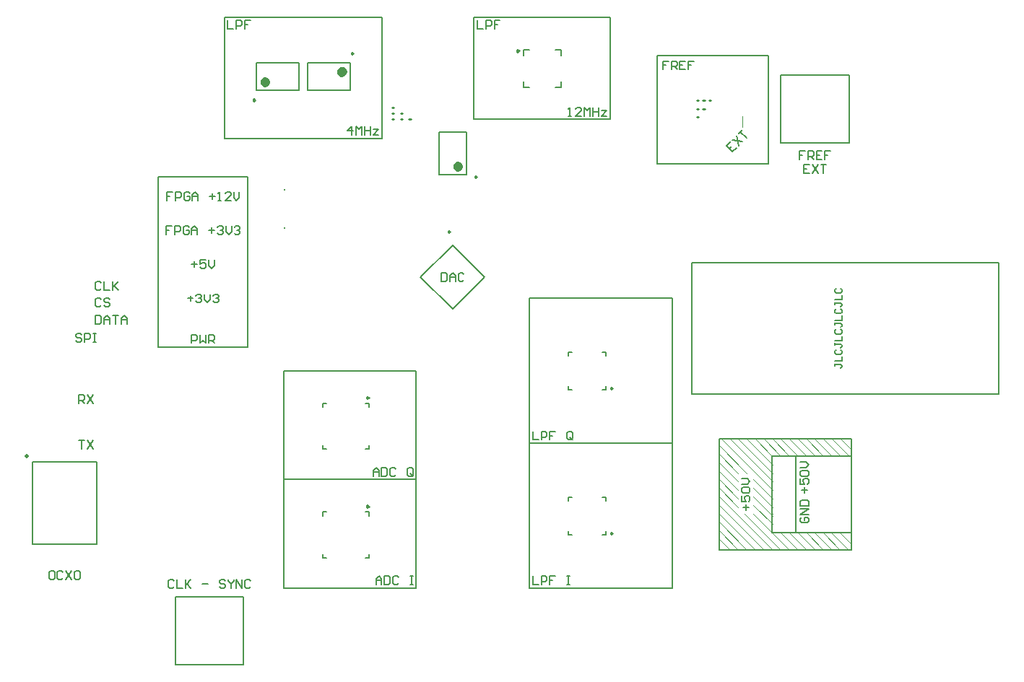
<source format=gto>
G04*
G04 #@! TF.GenerationSoftware,Altium Limited,Altium Designer,23.11.1 (41)*
G04*
G04 Layer_Color=65535*
%FSLAX25Y25*%
%MOIN*%
G70*
G04*
G04 #@! TF.SameCoordinates,29EA51B2-5BA9-446F-9376-B5E75E75F833*
G04*
G04*
G04 #@! TF.FilePolarity,Positive*
G04*
G01*
G75*
%ADD10C,0.01000*%
%ADD11C,0.00984*%
%ADD12C,0.00984*%
%ADD13C,0.02362*%
%ADD14C,0.01968*%
%ADD15C,0.00787*%
%ADD16C,0.00394*%
%ADD17C,0.00787*%
%ADD18C,0.00602*%
%ADD19C,0.00591*%
D10*
X322244Y97441D02*
X321457D01*
X322244D01*
X325000Y101378D02*
X324213D01*
X325000D01*
X322244D02*
X321457D01*
X322244D01*
X325000Y105315D02*
X324213D01*
X325000D01*
X322244D02*
X321457D01*
X322244D01*
X327756D02*
X326969D01*
X327756D01*
X189370Y96457D02*
X188583D01*
X189370D01*
X185433Y99213D02*
X184646D01*
X185433D01*
Y96457D02*
X184646D01*
X185433D01*
X181496Y99213D02*
X180709D01*
X181496D01*
Y96457D02*
X180709D01*
X181496D01*
Y101969D02*
X180709D01*
X181496D01*
D11*
X282382Y-94685D02*
X281644Y-94259D01*
Y-95111D01*
X282382Y-94685D01*
X239272Y128150D02*
X238533Y128576D01*
Y127723D01*
X239272Y128150D01*
X207344Y44640D02*
X206606Y45067D01*
Y44214D01*
X207344Y44640D01*
X219882Y69862D02*
X219144Y70288D01*
Y69436D01*
X219882Y69862D01*
X162913Y126870D02*
X162175Y127296D01*
Y126444D01*
X162913Y126870D01*
X117598Y105413D02*
X116860Y105840D01*
Y104987D01*
X117598Y105413D01*
X169980Y-82284D02*
X169242Y-81857D01*
Y-82710D01*
X169980Y-82284D01*
Y-32087D02*
X169242Y-31660D01*
Y-32513D01*
X169980Y-32087D01*
X282382Y-27756D02*
X281644Y-27330D01*
Y-28182D01*
X282382Y-27756D01*
D12*
X131102Y46260D02*
D03*
Y63976D02*
D03*
D13*
X212205Y74803D02*
X211760Y75727D01*
X210761Y75955D01*
X209960Y75316D01*
Y74291D01*
X210761Y73652D01*
X211760Y73880D01*
X212205Y74803D01*
X158661Y118504D02*
X158217Y119427D01*
X157218Y119655D01*
X156416Y119016D01*
Y117991D01*
X157218Y117352D01*
X158217Y117580D01*
X158661Y118504D01*
X123228Y113779D02*
X122784Y114703D01*
X121784Y114931D01*
X120983Y114292D01*
Y113267D01*
X121784Y112628D01*
X122784Y112856D01*
X123228Y113779D01*
D14*
X12008Y-59055D02*
D03*
D15*
X244094Y-120079D02*
X310039D01*
X244094Y-53150D02*
X310039D01*
Y-120079D02*
Y-53150D01*
X244094Y-120079D02*
Y-53150D01*
X72835Y-8858D02*
X114173D01*
X72835Y69882D02*
X114173D01*
Y-8858D02*
Y69882D01*
X72835Y-8858D02*
Y69882D01*
X130905Y-120079D02*
X191929D01*
X130905Y-19685D02*
X191929D01*
Y-120079D02*
Y-19685D01*
X130905Y-120079D02*
Y-19685D01*
X103347Y87598D02*
X176181D01*
X103347Y143701D02*
X176181D01*
Y87598D02*
Y143701D01*
X103347Y87598D02*
Y143701D01*
X392717Y-102362D02*
Y-51181D01*
X331693Y-102362D02*
Y-51181D01*
X392717D01*
X331693Y-102362D02*
X392717D01*
X218504Y96457D02*
X281496D01*
X218504Y143701D02*
X281496D01*
Y96457D02*
Y143701D01*
X218504Y96457D02*
Y143701D01*
X303150Y75787D02*
X354331D01*
X303150Y125984D02*
X354331D01*
Y75787D02*
Y125984D01*
X303150Y75787D02*
Y125984D01*
X244094Y-53150D02*
X310039D01*
X244094Y13780D02*
X310039D01*
Y-53150D02*
Y13780D01*
X244094Y-53150D02*
Y13780D01*
X279331Y-95276D02*
Y-93602D01*
X277658Y-95276D02*
X279331D01*
X262008D02*
X263681D01*
X262008D02*
Y-93602D01*
Y-79626D02*
Y-77953D01*
X263681D01*
X279331Y-79626D02*
Y-77953D01*
X277658D02*
X279331D01*
X241339Y111417D02*
X243996D01*
X241339D02*
Y114075D01*
X256004Y111417D02*
X258661D01*
Y114075D01*
Y126083D02*
Y128740D01*
X256004D02*
X258661D01*
X241339D02*
X243996D01*
X241339Y126083D02*
Y128740D01*
X193907Y23622D02*
X208661Y8867D01*
Y38377D02*
X223416Y23622D01*
X208661Y8867D02*
X223416Y23622D01*
X193907D02*
X208661Y38377D01*
X202362Y90551D02*
X214961D01*
X202362Y70866D02*
X214961D01*
X202362D02*
Y90551D01*
X214961Y70866D02*
Y90551D01*
X141732Y122441D02*
X161417D01*
X141732Y109843D02*
X161417D01*
Y122441D01*
X141732Y109843D02*
Y122441D01*
X118110Y109843D02*
X137795D01*
X118110Y122441D02*
X137795D01*
X118110Y109843D02*
Y122441D01*
X137795Y109843D02*
Y122441D01*
X130905Y-69882D02*
X191929Y-69882D01*
X148819Y-86614D02*
Y-84842D01*
X150591D01*
X148819Y-106102D02*
Y-104331D01*
Y-106102D02*
X150591D01*
X168307D02*
X170079D01*
Y-104331D01*
Y-86614D02*
Y-84842D01*
X168307D02*
X170079D01*
X148819Y-36417D02*
Y-34646D01*
X150591D01*
X148819Y-55905D02*
Y-54134D01*
Y-55905D02*
X150591D01*
X168307D02*
X170079D01*
Y-54134D01*
Y-36417D02*
Y-34646D01*
X168307D02*
X170079D01*
X277658Y-11024D02*
X279331D01*
Y-12697D02*
Y-11024D01*
X262008D02*
X263681D01*
X262008Y-12697D02*
Y-11024D01*
Y-28346D02*
Y-26673D01*
Y-28346D02*
X263681D01*
X277658D02*
X279331D01*
Y-26673D01*
X360236Y85433D02*
Y116929D01*
X391732D01*
Y85433D02*
Y116929D01*
X360236Y85433D02*
X391732D01*
X392717Y-94508D02*
Y-59035D01*
X356221D02*
X392717D01*
X356221Y-94508D02*
Y-59035D01*
Y-94508D02*
X392717D01*
X367126Y-94488D02*
Y-59035D01*
X14764Y-61614D02*
X44291D01*
X14764Y-99803D02*
Y-61614D01*
Y-99803D02*
X44291D01*
Y-61614D01*
X80709Y-155512D02*
X112205D01*
Y-124016D01*
X80709D02*
X112205D01*
X80709Y-155512D02*
Y-124016D01*
D16*
X347441Y-73819D02*
X356299Y-82677D01*
X331693Y-73819D02*
X340551Y-82677D01*
X340551Y-78740D02*
X340551D01*
X331693Y-69882D02*
X340551Y-78740D01*
X331693Y-65945D02*
X340551Y-74803D01*
X331693Y-62008D02*
X340551Y-70866D01*
X331693Y-54134D02*
X344488Y-66929D01*
X331693Y-58071D02*
X340551Y-66929D01*
X356299Y-90551D02*
Y-90551D01*
X331693Y-81693D02*
X352362Y-102362D01*
X336614Y-51181D02*
X356299Y-70866D01*
X331693Y-77756D02*
X356299Y-102362D01*
X332677Y-51181D02*
X356299Y-74803D01*
X340551Y-51181D02*
X356299Y-66929D01*
X344488Y-51181D02*
X356299Y-62992D01*
X347441Y-85630D02*
X356221Y-94409D01*
X343504Y-85630D02*
X360236Y-102362D01*
X347441Y-69882D02*
X356299Y-78740D01*
X347441Y-77756D02*
X356299Y-86614D01*
X347441Y-81693D02*
X356299Y-90551D01*
X356221Y-94409D02*
X364173Y-102362D01*
X371969Y-94409D02*
X379921Y-102362D01*
X375905Y-94409D02*
X383858Y-102362D01*
X379642Y-94386D02*
X387595Y-102339D01*
X392717Y-100394D02*
Y-99586D01*
X360157Y-94409D02*
X368110Y-102362D01*
X364094Y-94409D02*
X372047Y-102362D01*
X368032Y-94409D02*
X375984Y-102362D01*
X356299Y-85630D02*
Y-85630D01*
X331693Y-97441D02*
X336614Y-102362D01*
X331693Y-93504D02*
X340551Y-102362D01*
X331693Y-89567D02*
X344488Y-102362D01*
X331693Y-85630D02*
X348425Y-102362D01*
X356221Y-94508D02*
Y-94409D01*
X368110Y-51181D02*
X375984Y-59055D01*
X352362Y-51181D02*
X360236Y-59055D01*
X364173Y-51181D02*
X372047Y-59055D01*
X348425Y-51181D02*
X356250Y-59006D01*
X387732Y-51214D02*
X392668Y-56151D01*
X372047Y-51181D02*
X379921Y-59055D01*
X356299Y-51181D02*
X364173Y-59055D01*
X383579Y-94386D02*
X391532Y-102339D01*
X387516Y-94386D02*
X392717Y-99586D01*
X360236Y-51181D02*
X368110Y-59055D01*
X383795Y-51214D02*
X391669Y-59088D01*
X375921Y-51214D02*
X383795Y-59088D01*
X379858Y-51214D02*
X387732Y-59088D01*
X342520Y92913D02*
Y98032D01*
D17*
X319095Y30315D02*
X460827D01*
X319095Y-30315D02*
X460827D01*
X319095D02*
Y30315D01*
X460827Y-30315D02*
Y30315D01*
D18*
X173288Y-118492D02*
Y-115868D01*
X174600Y-114556D01*
X175911Y-115868D01*
Y-118492D01*
Y-116524D01*
X173288D01*
X177223Y-114556D02*
Y-118492D01*
X179191D01*
X179847Y-117836D01*
Y-115212D01*
X179191Y-114556D01*
X177223D01*
X183783Y-115212D02*
X183127Y-114556D01*
X181815D01*
X181159Y-115212D01*
Y-117836D01*
X181815Y-118492D01*
X183127D01*
X183783Y-117836D01*
X189031Y-114556D02*
X190342D01*
X189687D01*
Y-118492D01*
X189031D01*
X190342D01*
X171976Y-68295D02*
Y-65671D01*
X173288Y-64359D01*
X174600Y-65671D01*
Y-68295D01*
Y-66327D01*
X171976D01*
X175911Y-64359D02*
Y-68295D01*
X177879D01*
X178535Y-67639D01*
Y-65016D01*
X177879Y-64359D01*
X175911D01*
X182471Y-65016D02*
X181815Y-64359D01*
X180503D01*
X179847Y-65016D01*
Y-67639D01*
X180503Y-68295D01*
X181815D01*
X182471Y-67639D01*
X190342D02*
Y-65016D01*
X189687Y-64359D01*
X188375D01*
X187719Y-65016D01*
Y-67639D01*
X188375Y-68295D01*
X189687D01*
X189031Y-66983D02*
X190342Y-68295D01*
X189687D02*
X190342Y-67639D01*
X371392Y81824D02*
X368769D01*
Y79856D01*
X370081D01*
X368769D01*
Y77888D01*
X372705D02*
Y81824D01*
X374672D01*
X375328Y81168D01*
Y79856D01*
X374672Y79200D01*
X372705D01*
X374016D02*
X375328Y77888D01*
X379264Y81824D02*
X376640D01*
Y77888D01*
X379264D01*
X376640Y79856D02*
X377952D01*
X383200Y81824D02*
X380576D01*
Y79856D01*
X381888D01*
X380576D01*
Y77888D01*
X373360Y75655D02*
X370737D01*
Y71719D01*
X373360D01*
X370737Y73687D02*
X372048D01*
X374672Y75655D02*
X377296Y71719D01*
Y75655D02*
X374672Y71719D01*
X378608Y75655D02*
X381232D01*
X379920D01*
Y71719D01*
X336954Y86102D02*
X335098Y84247D01*
X337881Y81464D01*
X339737Y83319D01*
X336490Y82855D02*
X337418Y83783D01*
X337881Y87030D02*
X342520Y86102D01*
X339737Y88885D02*
X340664Y84247D01*
Y89813D02*
X342520Y91668D01*
X341592Y90740D01*
X344375Y87957D01*
X24280Y-112205D02*
X22968D01*
X22312Y-112861D01*
Y-115485D01*
X22968Y-116141D01*
X24280D01*
X24936Y-115485D01*
Y-112861D01*
X24280Y-112205D01*
X28872Y-112861D02*
X28216Y-112205D01*
X26904D01*
X26248Y-112861D01*
Y-115485D01*
X26904Y-116141D01*
X28216D01*
X28872Y-115485D01*
X30184Y-112205D02*
X32807Y-116141D01*
Y-112205D02*
X30184Y-116141D01*
X36087Y-112205D02*
X34775D01*
X34119Y-112861D01*
Y-115485D01*
X34775Y-116141D01*
X36087D01*
X36743Y-115485D01*
Y-112861D01*
X36087Y-112205D01*
X343957Y-83987D02*
Y-81363D01*
X342645Y-82675D02*
X345269D01*
X341989Y-77428D02*
Y-80051D01*
X343957D01*
X343301Y-78740D01*
Y-78083D01*
X343957Y-77428D01*
X345269D01*
X345924Y-78083D01*
Y-79396D01*
X345269Y-80051D01*
X342645Y-76116D02*
X341989Y-75460D01*
Y-74148D01*
X342645Y-73492D01*
X345269D01*
X345924Y-74148D01*
Y-75460D01*
X345269Y-76116D01*
X342645D01*
X341989Y-72180D02*
X344613D01*
X345924Y-70868D01*
X344613Y-69556D01*
X341989D01*
X369751Y-87270D02*
X369095Y-87925D01*
Y-89237D01*
X369751Y-89893D01*
X372375D01*
X373031Y-89237D01*
Y-87925D01*
X372375Y-87270D01*
X371063D01*
Y-88581D01*
X373031Y-85958D02*
X369095D01*
X373031Y-83334D01*
X369095D01*
Y-82022D02*
X373031D01*
Y-80054D01*
X372375Y-79398D01*
X369751D01*
X369095Y-80054D01*
Y-82022D01*
X371063Y-76113D02*
Y-73489D01*
X369751Y-74801D02*
X372375D01*
X369095Y-69554D02*
Y-72177D01*
X371063D01*
X370407Y-70865D01*
Y-70209D01*
X371063Y-69554D01*
X372375D01*
X373031Y-70209D01*
Y-71522D01*
X372375Y-72177D01*
X369751Y-68242D02*
X369095Y-67586D01*
Y-66274D01*
X369751Y-65618D01*
X372375D01*
X373031Y-66274D01*
Y-67586D01*
X372375Y-68242D01*
X369751D01*
X369095Y-64306D02*
X371719D01*
X373031Y-62994D01*
X371719Y-61682D01*
X369095D01*
X162131Y89185D02*
Y93121D01*
X160163Y91153D01*
X162787D01*
X164099Y89185D02*
Y93121D01*
X165411Y91809D01*
X166723Y93121D01*
Y89185D01*
X168035Y93121D02*
Y89185D01*
Y91153D01*
X170659D01*
Y93121D01*
Y89185D01*
X171971Y91809D02*
X174594D01*
X171971Y89185D01*
X174594D01*
X220091Y142114D02*
Y138178D01*
X222714D01*
X224026D02*
Y142114D01*
X225994D01*
X226650Y141458D01*
Y140146D01*
X225994Y139490D01*
X224026D01*
X230586Y142114D02*
X227962D01*
Y140146D01*
X229274D01*
X227962D01*
Y138178D01*
X203414Y25590D02*
Y21654D01*
X205382D01*
X206038Y22310D01*
Y24934D01*
X205382Y25590D01*
X203414D01*
X207349Y21654D02*
Y24278D01*
X208661Y25590D01*
X209973Y24278D01*
Y21654D01*
Y23622D01*
X207349D01*
X213909Y24934D02*
X213253Y25590D01*
X211941D01*
X211285Y24934D01*
Y22310D01*
X211941Y21654D01*
X213253D01*
X213909Y22310D01*
X36090Y-34831D02*
Y-30895D01*
X38058D01*
X38714Y-31551D01*
Y-32863D01*
X38058Y-33519D01*
X36090D01*
X37402D02*
X38714Y-34831D01*
X40026Y-30895D02*
X42650Y-34831D01*
Y-30895D02*
X40026Y-34831D01*
X36090Y-51784D02*
X38714D01*
X37402D01*
Y-55719D01*
X40026Y-51784D02*
X42650Y-55719D01*
Y-51784D02*
X40026Y-55719D01*
X37402Y-3227D02*
X36746Y-2571D01*
X35434D01*
X34778Y-3227D01*
Y-3883D01*
X35434Y-4539D01*
X36746D01*
X37402Y-5195D01*
Y-5851D01*
X36746Y-6507D01*
X35434D01*
X34778Y-5851D01*
X38714Y-6507D02*
Y-2571D01*
X40682D01*
X41338Y-3227D01*
Y-4539D01*
X40682Y-5195D01*
X38714D01*
X42650Y-2571D02*
X43962D01*
X43306D01*
Y-6507D01*
X42650D01*
X43962D01*
X46533Y20997D02*
X45877Y21653D01*
X44565D01*
X43909Y20997D01*
Y18373D01*
X44565Y17717D01*
X45877D01*
X46533Y18373D01*
X47845Y21653D02*
Y17717D01*
X50469D01*
X51781Y21653D02*
Y17717D01*
Y19029D01*
X54405Y21653D01*
X52437Y19685D01*
X54405Y17717D01*
X46533Y13123D02*
X45877Y13779D01*
X44565D01*
X43909Y13123D01*
Y10499D01*
X44565Y9843D01*
X45877D01*
X46533Y10499D01*
X50469Y13123D02*
X49813Y13779D01*
X48501D01*
X47845Y13123D01*
Y12467D01*
X48501Y11811D01*
X49813D01*
X50469Y11155D01*
Y10499D01*
X49813Y9843D01*
X48501D01*
X47845Y10499D01*
X43909Y5905D02*
Y1969D01*
X45877D01*
X46533Y2625D01*
Y5249D01*
X45877Y5905D01*
X43909D01*
X47845Y1969D02*
Y4593D01*
X49157Y5905D01*
X50469Y4593D01*
Y1969D01*
Y3937D01*
X47845D01*
X51781Y5905D02*
X54405D01*
X53093D01*
Y1969D01*
X55717D02*
Y4593D01*
X57029Y5905D01*
X58341Y4593D01*
Y1969D01*
Y3937D01*
X55717D01*
X262199Y98043D02*
X263510D01*
X262855D01*
Y101979D01*
X262199Y101323D01*
X268102Y98043D02*
X265478D01*
X268102Y100667D01*
Y101323D01*
X267446Y101979D01*
X266134D01*
X265478Y101323D01*
X269414Y98043D02*
Y101979D01*
X270726Y100667D01*
X272038Y101979D01*
Y98043D01*
X273350Y101979D02*
Y98043D01*
Y100011D01*
X275974D01*
Y101979D01*
Y98043D01*
X277286Y100667D02*
X279909D01*
X277286Y98043D01*
X279909D01*
X104933Y142114D02*
Y138178D01*
X107557D01*
X108869D02*
Y142114D01*
X110837D01*
X111493Y141458D01*
Y140146D01*
X110837Y139490D01*
X108869D01*
X115428Y142114D02*
X112804D01*
Y140146D01*
X114117D01*
X112804D01*
Y138178D01*
X245681Y-114556D02*
Y-118492D01*
X248305D01*
X249617D02*
Y-114556D01*
X251585D01*
X252241Y-115212D01*
Y-116524D01*
X251585Y-117180D01*
X249617D01*
X256176Y-114556D02*
X253553D01*
Y-116524D01*
X254865D01*
X253553D01*
Y-118492D01*
X261424Y-114556D02*
X262736D01*
X262080D01*
Y-118492D01*
X261424D01*
X262736D01*
X245681Y-47627D02*
Y-51563D01*
X248305D01*
X249617D02*
Y-47627D01*
X251585D01*
X252241Y-48283D01*
Y-49595D01*
X251585Y-50251D01*
X249617D01*
X256176Y-47627D02*
X253553D01*
Y-49595D01*
X254865D01*
X253553D01*
Y-51563D01*
X264048Y-50907D02*
Y-48283D01*
X263392Y-47627D01*
X262080D01*
X261424Y-48283D01*
Y-50907D01*
X262080Y-51563D01*
X263392D01*
X262736Y-50251D02*
X264048Y-51563D01*
X263392D02*
X264048Y-50907D01*
X80058Y-116798D02*
X79402Y-116142D01*
X78090D01*
X77434Y-116798D01*
Y-119422D01*
X78090Y-120078D01*
X79402D01*
X80058Y-119422D01*
X81370Y-116142D02*
Y-120078D01*
X83994D01*
X85305Y-116142D02*
Y-120078D01*
Y-118766D01*
X87929Y-116142D01*
X85961Y-118110D01*
X87929Y-120078D01*
X93177Y-118110D02*
X95801D01*
X103672Y-116798D02*
X103016Y-116142D01*
X101704D01*
X101048Y-116798D01*
Y-117454D01*
X101704Y-118110D01*
X103016D01*
X103672Y-118766D01*
Y-119422D01*
X103016Y-120078D01*
X101704D01*
X101048Y-119422D01*
X104984Y-116142D02*
Y-116798D01*
X106296Y-118110D01*
X107608Y-116798D01*
Y-116142D01*
X106296Y-118110D02*
Y-120078D01*
X108920D02*
Y-116142D01*
X111544Y-120078D01*
Y-116142D01*
X115479Y-116798D02*
X114823Y-116142D01*
X113512D01*
X112856Y-116798D01*
Y-119422D01*
X113512Y-120078D01*
X114823D01*
X115479Y-119422D01*
X308344Y123413D02*
X305720D01*
Y121446D01*
X307032D01*
X305720D01*
Y119478D01*
X309656D02*
Y123413D01*
X311624D01*
X312280Y122757D01*
Y121446D01*
X311624Y120790D01*
X309656D01*
X310968D02*
X312280Y119478D01*
X316216Y123413D02*
X313592D01*
Y119478D01*
X316216D01*
X313592Y121446D02*
X314904D01*
X320151Y123413D02*
X317528D01*
Y121446D01*
X318840D01*
X317528D01*
Y119478D01*
X79401Y62992D02*
X76777D01*
Y61024D01*
X78089D01*
X76777D01*
Y59056D01*
X80713D02*
Y62992D01*
X82681D01*
X83337Y62336D01*
Y61024D01*
X82681Y60368D01*
X80713D01*
X87272Y62336D02*
X86616Y62992D01*
X85304D01*
X84649Y62336D01*
Y59712D01*
X85304Y59056D01*
X86616D01*
X87272Y59712D01*
Y61024D01*
X85960D01*
X88584Y59056D02*
Y61680D01*
X89896Y62992D01*
X91208Y61680D01*
Y59056D01*
Y61024D01*
X88584D01*
X96456D02*
X99080D01*
X97768Y62336D02*
Y59712D01*
X100391Y59056D02*
X101703D01*
X101048D01*
Y62992D01*
X100391Y62336D01*
X106295Y59056D02*
X103671D01*
X106295Y61680D01*
Y62336D01*
X105639Y62992D01*
X104327D01*
X103671Y62336D01*
X107607Y62992D02*
Y60368D01*
X108919Y59056D01*
X110231Y60368D01*
Y62992D01*
X79073Y47243D02*
X76449D01*
Y45276D01*
X77761D01*
X76449D01*
Y43308D01*
X80385D02*
Y47243D01*
X82353D01*
X83009Y46587D01*
Y45276D01*
X82353Y44620D01*
X80385D01*
X86944Y46587D02*
X86288Y47243D01*
X84977D01*
X84321Y46587D01*
Y43964D01*
X84977Y43308D01*
X86288D01*
X86944Y43964D01*
Y45276D01*
X85632D01*
X88256Y43308D02*
Y45932D01*
X89568Y47243D01*
X90880Y45932D01*
Y43308D01*
Y45276D01*
X88256D01*
X96128D02*
X98752D01*
X97440Y46587D02*
Y43964D01*
X100064Y46587D02*
X100719Y47243D01*
X102031D01*
X102687Y46587D01*
Y45932D01*
X102031Y45276D01*
X101375D01*
X102031D01*
X102687Y44620D01*
Y43964D01*
X102031Y43308D01*
X100719D01*
X100064Y43964D01*
X103999Y47243D02*
Y44620D01*
X105311Y43308D01*
X106623Y44620D01*
Y47243D01*
X107935Y46587D02*
X108591Y47243D01*
X109903D01*
X110559Y46587D01*
Y45932D01*
X109903Y45276D01*
X109247D01*
X109903D01*
X110559Y44620D01*
Y43964D01*
X109903Y43308D01*
X108591D01*
X107935Y43964D01*
X88256Y29528D02*
X90880D01*
X89568Y30839D02*
Y28216D01*
X94816Y31495D02*
X92192D01*
Y29528D01*
X93504Y30184D01*
X94160D01*
X94816Y29528D01*
Y28216D01*
X94160Y27560D01*
X92848D01*
X92192Y28216D01*
X96128Y31495D02*
Y28872D01*
X97440Y27560D01*
X98752Y28872D01*
Y31495D01*
X86288Y13780D02*
X88912D01*
X87600Y15091D02*
Y12468D01*
X90224Y15091D02*
X90880Y15747D01*
X92192D01*
X92848Y15091D01*
Y14435D01*
X92192Y13780D01*
X91536D01*
X92192D01*
X92848Y13124D01*
Y12468D01*
X92192Y11812D01*
X90880D01*
X90224Y12468D01*
X94160Y15747D02*
Y13124D01*
X95472Y11812D01*
X96784Y13124D01*
Y15747D01*
X98096Y15091D02*
X98752Y15747D01*
X100064D01*
X100719Y15091D01*
Y14435D01*
X100064Y13780D01*
X99408D01*
X100064D01*
X100719Y13124D01*
Y12468D01*
X100064Y11812D01*
X98752D01*
X98096Y12468D01*
X88256Y-6889D02*
Y-2953D01*
X90224D01*
X90880Y-3609D01*
Y-4921D01*
X90224Y-5577D01*
X88256D01*
X92192Y-2953D02*
Y-6889D01*
X93504Y-5577D01*
X94816Y-6889D01*
Y-2953D01*
X96128Y-6889D02*
Y-2953D01*
X98096D01*
X98752Y-3609D01*
Y-4921D01*
X98096Y-5577D01*
X96128D01*
X97440D02*
X98752Y-6889D01*
D19*
X385237Y-16268D02*
Y-17317D01*
Y-16793D01*
X387861D01*
X388385Y-17317D01*
Y-17842D01*
X387861Y-18367D01*
X385237Y-15218D02*
X388385D01*
Y-13119D01*
X385761Y-9971D02*
X385237Y-10495D01*
Y-11545D01*
X385761Y-12070D01*
X387861D01*
X388385Y-11545D01*
Y-10495D01*
X387861Y-9971D01*
X385237Y-6822D02*
Y-7871D01*
Y-7347D01*
X387861D01*
X388385Y-7871D01*
Y-8396D01*
X387861Y-8921D01*
X385237Y-5772D02*
X388385D01*
Y-3673D01*
X385761Y-525D02*
X385237Y-1049D01*
Y-2099D01*
X385761Y-2624D01*
X387861D01*
X388385Y-2099D01*
Y-1049D01*
X387861Y-525D01*
X385237Y2624D02*
Y1574D01*
Y2099D01*
X387861D01*
X388385Y1574D01*
Y1049D01*
X387861Y525D01*
X385237Y3673D02*
X388385D01*
Y5772D01*
X385761Y8921D02*
X385237Y8396D01*
Y7347D01*
X385761Y6822D01*
X387861D01*
X388385Y7347D01*
Y8396D01*
X387861Y8921D01*
X385237Y12070D02*
Y11020D01*
Y11545D01*
X387861D01*
X388385Y11020D01*
Y10495D01*
X387861Y9971D01*
X385237Y13119D02*
X388385D01*
Y15218D01*
X385761Y18367D02*
X385237Y17842D01*
Y16793D01*
X385761Y16268D01*
X387861D01*
X388385Y16793D01*
Y17842D01*
X387861Y18367D01*
M02*

</source>
